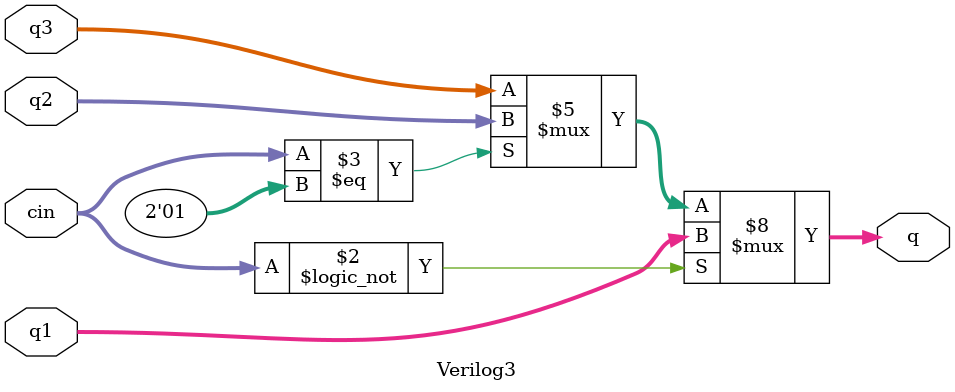
<source format=v>
module Verilog3(q1,q2,q3,q,cin);
	input [9:0] q1;
	input [9:0] q2;
	input [9:0] q3;
	input [1:0] cin;
	output reg [9:0] q;
	
	always @(*)
	begin
		if(cin==2'b00)
			q<=q1;
		else if(cin==2'b01)
			q<=q2;
		else 
			q<=q3;
	end
	
endmodule

</source>
